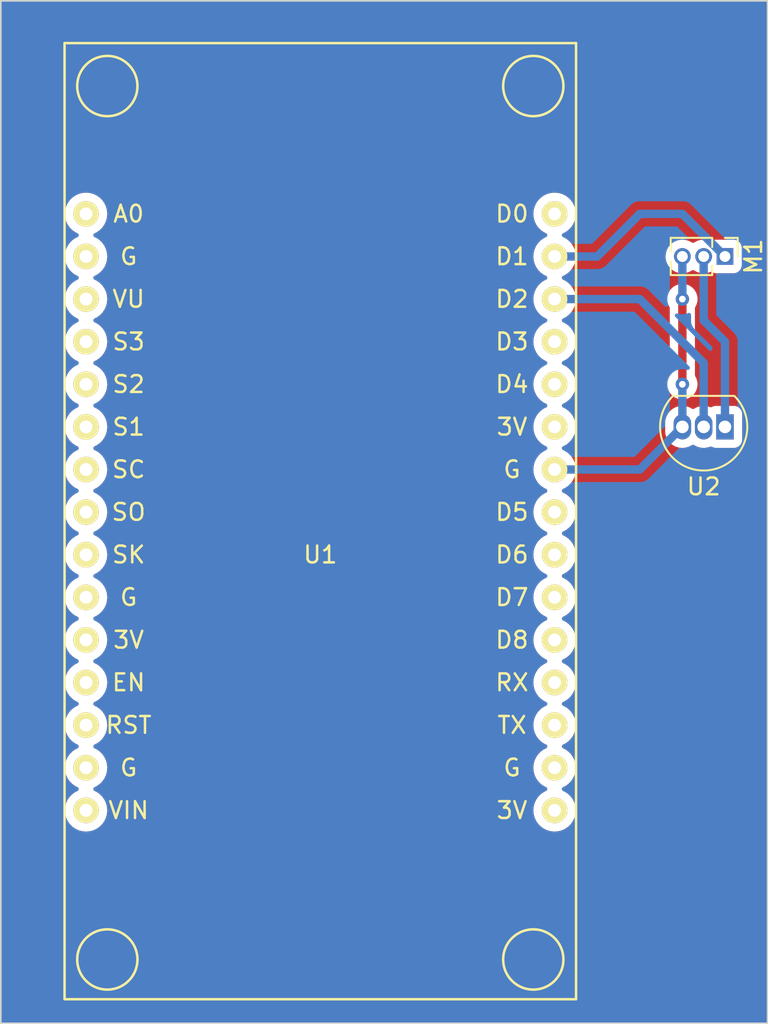
<source format=kicad_pcb>
(kicad_pcb (version 20221018) (generator pcbnew)
  (layers (0 "F.Cu" signal) (31 "B.Cu" signal) (34 "B.Paste" user) (35 "F.Paste" user) (36 "B.SilkS" user "B.Silkscreen") (37 "F.SilkS" user "F.Silkscreen") (38 "B.Mask" user) (39 "F.Mask" user) (44 "Edge.Cuts" user))
  (net 0 "")
  (net 1 "Net-(M1-PWM)")
  (net 2 "Net-(M1-+)")
  (net 3 "Net-(M1--)")
  (net 29 "Net-(U1-D2(GPIO4))")
  (footprint "Connector_PinHeader_1.27mm:PinHeader_1x03_P1.27mm_Vertical" (layer "F.Cu") (at 160.02 66.04 -90)
    (fp_text reference "M1" (at 0 -1.695 90) (layer "F.SilkS"))
    (fp_text value "Motor_Servo")
    (fp_line (start -1.11 -0.76) (end 0 -0.76) (stroke (width 0.12)) (layer "F.SilkS"))
    (fp_line (start -1.11 0) (end -1.11 -0.76) (stroke (width 0.12)) (layer "F.SilkS"))
    (fp_line (start -1.11 0.76) (end -1.11 3.235) (stroke (width 0.12)) (layer "F.SilkS"))
    (fp_line (start -1.11 0.76) (end -0.563471 0.76) (stroke (width 0.12)) (layer "F.SilkS"))
    (fp_line (start -1.11 3.235) (end -0.30753 3.235) (stroke (width 0.12)) (layer "F.SilkS"))
    (fp_line (start 0.30753 3.235) (end 1.11 3.235) (stroke (width 0.12)) (layer "F.SilkS"))
    (fp_line (start 0.563471 0.76) (end 1.11 0.76) (stroke (width 0.12)) (layer "F.SilkS"))
    (fp_line (start 1.11 0.76) (end 1.11 3.235) (stroke (width 0.12)) (layer "F.SilkS"))
    (pad "1" thru_hole rect (at 0 0 270) (size 1 1) (drill 0.65) (layers "*.Cu" "*.Mask") (net 1 "Net-(M1-PWM)"))
    (pad "2" thru_hole oval (at 0 1.27 270) (size 1 1) (drill 0.65) (layers "*.Cu" "*.Mask") (net 2 "Net-(M1-+)"))
    (pad "3" thru_hole oval (at 0 2.54 270) (size 1 1) (drill 0.65) (layers "*.Cu" "*.Mask") (net 3 "Net-(M1--)"))
  )
  (footprint "ESP8266:NodeMCU-LoLinV3" (layer "F.Cu") (at 135.89 83.82)
    (fp_text reference "U1" (at 0 0) (layer "F.SilkS"))
    (fp_text value "NodeMCU_1.0_(ESP-12E)")
    (fp_text user "SK" (at -11.43 0) (layer "F.SilkS"))
    (fp_text user "G" (at 11.43 12.7) (layer "F.SilkS"))
    (fp_text user "D8" (at 11.43 5.08) (layer "F.SilkS"))
    (fp_text user "TX" (at 11.43 10.16) (layer "F.SilkS"))
    (fp_text user "SC" (at -11.43 -5.08) (layer "F.SilkS"))
    (fp_text user "S2" (at -11.43 -10.16) (layer "F.SilkS"))
    (fp_text user "D1" (at 11.43 -17.78) (layer "F.SilkS"))
    (fp_text user "3V" (at -11.43 5.08) (layer "F.SilkS"))
    (fp_text user "G" (at -11.43 12.7) (layer "F.SilkS"))
    (fp_text user "D6" (at 11.43 0) (layer "F.SilkS"))
    (fp_text user "RST" (at -11.43 10.16) (layer "F.SilkS"))
    (fp_text user "G" (at -11.43 2.54) (layer "F.SilkS"))
    (fp_text user "D3" (at 11.43 -12.7) (layer "F.SilkS"))
    (fp_text user "G" (at -11.43 -17.78) (layer "F.SilkS"))
    (fp_text user "3V" (at 11.43 15.24) (layer "F.SilkS"))
    (fp_text user "D7" (at 11.43 2.54) (layer "F.SilkS"))
    (fp_text user "VIN" (at -11.43 15.24) (layer "F.SilkS"))
    (fp_text user "RX" (at 11.43 7.62) (layer "F.SilkS"))
    (fp_text user "D4" (at 11.43 -10.16) (layer "F.SilkS"))
    (fp_text user "D5" (at 11.43 -2.54) (layer "F.SilkS"))
    (fp_text user "S3" (at -11.43 -12.7) (layer "F.SilkS"))
    (fp_text user "D2" (at 11.43 -15.24) (layer "F.SilkS"))
    (fp_text user "VU" (at -11.43 -15.24) (layer "F.SilkS"))
    (fp_text user "S1" (at -11.43 -7.62) (layer "F.SilkS"))
    (fp_text user "G" (at 11.43 -5.08) (layer "F.SilkS"))
    (fp_text user "A0" (at -11.43 -20.32) (layer "F.SilkS"))
    (fp_text user "SO" (at -11.43 -2.54) (layer "F.SilkS"))
    (fp_text user "3V" (at 11.43 -7.62) (layer "F.SilkS"))
    (fp_text user "EN" (at -11.43 7.62) (layer "F.SilkS"))
    (fp_text user "D0" (at 11.43 -20.32) (layer "F.SilkS"))
    (fp_line (start -15.25 -30.5) (end -15.25 26.5) (stroke (width 0.15)) (layer "F.SilkS"))
    (fp_line (start -15.25 26.5) (end 15.25 26.5) (stroke (width 0.15)) (layer "F.SilkS"))
    (fp_line (start -14.75 -30.5) (end -15.25 -30.5) (stroke (width 0.15)) (layer "F.SilkS"))
    (fp_line (start 15.25 -30.5) (end -14.75 -30.5) (stroke (width 0.15)) (layer "F.SilkS"))
    (fp_line (start 15.25 26.5) (end 15.25 -30.5) (stroke (width 0.15)) (layer "F.SilkS"))
    (fp_circle (center -12.7 -27.94) (end -11.43 -29.21) (stroke (width 0.15)) (fill none) (layer "F.SilkS"))
    (fp_circle (center -12.7 24.13) (end -11.43 22.86) (stroke (width 0.15)) (fill none) (layer "F.SilkS"))
    (fp_circle (center 12.7 -27.94) (end 13.97 -29.21) (stroke (width 0.15)) (fill none) (layer "F.SilkS"))
    (fp_circle (center 12.7 24.13) (end 13.97 22.86) (stroke (width 0.15)) (fill none) (layer "F.SilkS"))
    (pad "1" thru_hole circle (at -13.97 -20.32) (size 1.524 1.524) (drill 0.762) (layers "*.Cu" "*.Mask" "F.SilkS"))
    (pad "2" thru_hole circle (at -13.97 -17.78) (size 1.524 1.524) (drill 0.762) (layers "*.Cu" "*.Mask" "F.SilkS"))
    (pad "3" thru_hole circle (at -13.97 -15.24) (size 1.524 1.524) (drill 0.762) (layers "*.Cu" "*.Mask" "F.SilkS"))
    (pad "4" thru_hole circle (at -13.97 -12.7) (size 1.524 1.524) (drill 0.762) (layers "*.Cu" "*.Mask" "F.SilkS"))
    (pad "5" thru_hole circle (at -13.97 -10.16) (size 1.524 1.524) (drill 0.762) (layers "*.Cu" "*.Mask" "F.SilkS"))
    (pad "6" thru_hole circle (at -13.97 -7.62) (size 1.524 1.524) (drill 0.762) (layers "*.Cu" "*.Mask" "F.SilkS"))
    (pad "7" thru_hole circle (at -13.97 -5.08) (size 1.524 1.524) (drill 0.762) (layers "*.Cu" "*.Mask" "F.SilkS"))
    (pad "8" thru_hole circle (at -13.97 -2.54) (size 1.524 1.524) (drill 0.762) (layers "*.Cu" "*.Mask" "F.SilkS"))
    (pad "9" thru_hole circle (at -13.97 0) (size 1.524 1.524) (drill 0.762) (layers "*.Cu" "*.Mask" "F.SilkS"))
    (pad "10" thru_hole circle (at -13.97 2.54) (size 1.524 1.524) (drill 0.762) (layers "*.Cu" "*.Mask" "F.SilkS"))
    (pad "11" thru_hole circle (at -13.97 5.08) (size 1.524 1.524) (drill 0.762) (layers "*.Cu" "*.Mask" "F.SilkS"))
    (pad "12" thru_hole circle (at -13.97 7.62) (size 1.524 1.524) (drill 0.762) (layers "*.Cu" "*.Mask" "F.SilkS"))
    (pad "13" thru_hole circle (at -13.97 10.16) (size 1.524 1.524) (drill 0.762) (layers "*.Cu" "*.Mask" "F.SilkS"))
    (pad "14" thru_hole circle (at -13.97 12.7) (size 1.524 1.524) (drill 0.762) (layers "*.Cu" "*.Mask" "F.SilkS"))
    (pad "15" thru_hole circle (at -13.97 15.24) (size 1.524 1.524) (drill 0.762) (layers "*.Cu" "*.Mask" "F.SilkS"))
    (pad "16" thru_hole circle (at 13.97 15.24) (size 1.524 1.524) (drill 0.762) (layers "*.Cu" "*.Mask" "F.SilkS"))
    (pad "17" thru_hole circle (at 13.97 12.7) (size 1.524 1.524) (drill 0.762) (layers "*.Cu" "*.Mask" "F.SilkS"))
    (pad "18" thru_hole circle (at 13.97 10.16) (size 1.524 1.524) (drill 0.762) (layers "*.Cu" "*.Mask" "F.SilkS"))
    (pad "19" thru_hole circle (at 13.97 7.62) (size 1.524 1.524) (drill 0.762) (layers "*.Cu" "*.Mask" "F.SilkS"))
    (pad "20" thru_hole circle (at 13.97 5.08) (size 1.524 1.524) (drill 0.762) (layers "*.Cu" "*.Mask" "F.SilkS"))
    (pad "21" thru_hole circle (at 13.97 2.54) (size 1.524 1.524) (drill 0.762) (layers "*.Cu" "*.Mask" "F.SilkS"))
    (pad "22" thru_hole circle (at 13.97 0) (size 1.524 1.524) (drill 0.762) (layers "*.Cu" "*.Mask" "F.SilkS"))
    (pad "23" thru_hole circle (at 13.97 -2.54) (size 1.524 1.524) (drill 0.762) (layers "*.Cu" "*.Mask" "F.SilkS"))
    (pad "24" thru_hole circle (at 13.97 -5.08) (size 1.524 1.524) (drill 0.762) (layers "*.Cu" "*.Mask" "F.SilkS") (net 3 "Net-(M1--)"))
    (pad "25" thru_hole circle (at 13.97 -7.62) (size 1.524 1.524) (drill 0.762) (layers "*.Cu" "*.Mask" "F.SilkS") (net 2 "Net-(M1-+)"))
    (pad "26" thru_hole circle (at 13.97 -10.16) (size 1.524 1.524) (drill 0.762) (layers "*.Cu" "*.Mask" "F.SilkS"))
    (pad "27" thru_hole circle (at 13.97 -12.7) (size 1.524 1.524) (drill 0.762) (layers "*.Cu" "*.Mask" "F.SilkS"))
    (pad "28" thru_hole circle (at 13.97 -15.24) (size 1.524 1.524) (drill 0.762) (layers "*.Cu" "*.Mask" "F.SilkS") (net 29 "Net-(U1-D2(GPIO4))"))
    (pad "29" thru_hole circle (at 13.97 -17.78) (size 1.524 1.524) (drill 0.762) (layers "*.Cu" "*.Mask" "F.SilkS") (net 1 "Net-(M1-PWM)"))
    (pad "30" thru_hole circle (at 13.97 -20.32) (size 1.524 1.524) (drill 0.762) (layers "*.Cu" "*.Mask" "F.SilkS"))
  )
  (footprint "Package_TO_SOT_THT:TO-92_Inline" (layer "F.Cu") (at 160.02 76.2 180)
    (fp_text reference "U2" (at 1.27 -3.56) (layer "F.SilkS"))
    (fp_text value "DS18B20")
    (fp_line (start -0.53 1.85) (end 3.07 1.85) (stroke (width 0.12)) (layer "F.SilkS"))
    (fp_arc (start -0.568478 1.838478) (mid -1.132087 -0.994977) (end 1.27 -2.6) (stroke (width 0.12)) (layer "F.SilkS"))
    (fp_arc (start 1.27 -2.6) (mid 3.672087 -0.994977) (end 3.108478 1.838478) (stroke (width 0.12)) (layer "F.SilkS"))
    (pad "1" thru_hole rect (at 0 0 180) (size 1.05 1.5) (drill 0.75) (layers "*.Cu" "*.Mask") (net 2 "Net-(M1-+)"))
    (pad "2" thru_hole oval (at 1.27 0 180) (size 1.05 1.5) (drill 0.75) (layers "*.Cu" "*.Mask") (net 29 "Net-(U1-D2(GPIO4))"))
    (pad "3" thru_hole oval (at 2.54 0 180) (size 1.05 1.5) (drill 0.75) (layers "*.Cu" "*.Mask") (net 3 "Net-(M1--)"))
  )
  (gr_line (start 162.56 111.76) (end 116.84 111.76) (stroke (width 0.1)) (layer "Edge.Cuts"))
  (gr_line (start 116.84 50.8) (end 162.56 50.8) (stroke (width 0.1)) (layer "Edge.Cuts"))
  (gr_line (start 116.84 111.76) (end 116.84 50.8) (stroke (width 0.1)) (layer "Edge.Cuts"))
  (gr_line (start 162.56 50.8) (end 162.56 111.76) (stroke (width 0.1)) (layer "Edge.Cuts"))
  (segment (start 157.48 63.5) (end 154.94 63.5) (width 0.5) (layer "B.Cu") (net 1))
  (segment (start 160.02 66.04) (end 157.48 63.5) (width 0.5) (layer "B.Cu") (net 1))
  (segment (start 152.4 66.04) (end 149.86 66.04) (width 0.5) (layer "B.Cu") (net 1))
  (segment (start 154.94 63.5) (end 152.4 66.04) (width 0.5) (layer "B.Cu") (net 1))
  (segment (start 158.75 66.04) (end 158.75 69.85) (width 0.5) (layer "B.Cu") (net 2))
  (segment (start 160.02 76.2) (end 160.02 76.425) (width 0.25) (layer "B.Cu") (net 2))
  (segment (start 158.75 69.85) (end 160.02 71.12) (width 0.5) (layer "B.Cu") (net 2))
  (segment (start 160.02 71.12) (end 160.02 76.2) (width 0.5) (layer "B.Cu") (net 2))
  (segment (start 157.48 73.66) (end 157.48 68.58) (width 0.5) (layer "F.Cu") (net 3))
  (via (at 157.48 73.66) (size 0.8) (drill 0.4) (layers "F.Cu" "B.Cu") (net 3))
  (via (at 157.48 68.58) (size 0.8) (drill 0.4) (layers "F.Cu" "B.Cu") (net 3))
  (segment (start 154.94 78.74) (end 157.48 76.2) (width 0.5) (layer "B.Cu") (net 3))
  (segment (start 149.86 78.74) (end 154.94 78.74) (width 0.5) (layer "B.Cu") (net 3))
  (segment (start 157.48 68.58) (end 157.48 66.04) (width 0.5) (layer "B.Cu") (net 3))
  (segment (start 157.48 76.2) (end 157.48 73.66) (width 0.5) (layer "B.Cu") (net 3))
  (segment (start 158.75 76.2) (end 158.75 72.39) (width 0.5) (layer "B.Cu") (net 29))
  (segment (start 158.75 72.39) (end 154.94 68.58) (width 0.5) (layer "B.Cu") (net 29))
  (segment (start 149.86 68.58) (end 154.94 68.58) (width 0.5) (layer "B.Cu") (net 29))
  (zone (net 0) (net_name "") (layer "F.Cu") (priority 1) (connect_pads (clearance 0.5)) (min_thickness 0.25) (fill yes (thermal_gap 0.5) (thermal_bridge_width 0.5) (island_removal_mode 1) (island_area_min 10))
    (polygon (pts (xy 116.84 50.8) (xy 162.56 50.8) (xy 162.56 111.76) (xy 116.84 111.76)))
  )
  (zone (net 0) (net_name "") (layer "B.Cu") (connect_pads (clearance 0.5)) (min_thickness 0.25) (fill yes (thermal_gap 0.5) (thermal_bridge_width 0.5) (island_removal_mode 1) (island_area_min 10))
    (polygon (pts (xy 116.84 50.8) (xy 162.56 50.8) (xy 162.56 111.76) (xy 116.84 111.76)))
  )
)
</source>
